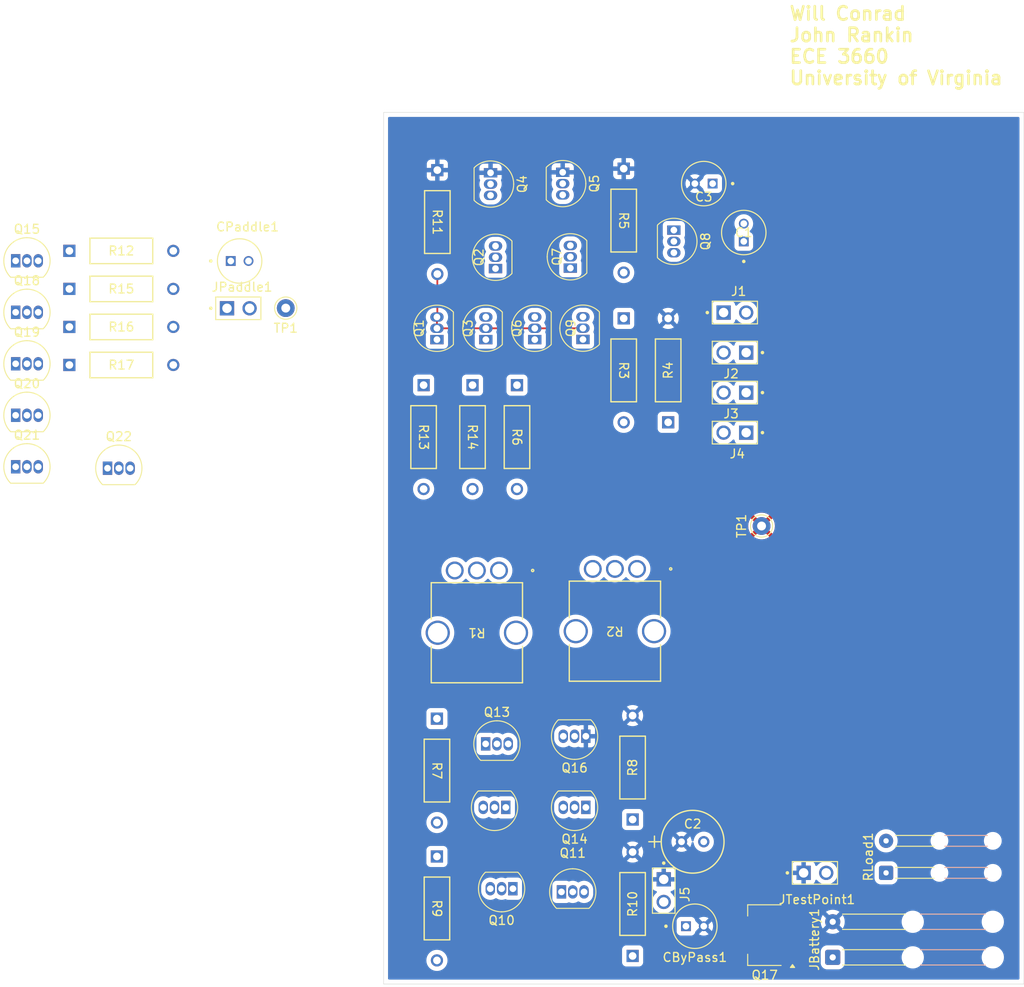
<source format=kicad_pcb>
(kicad_pcb (version 20240108) (generator "pcbnew") (generator_version "8.0")
  (layers (0 "F.Cu" signal) (31 "B.Cu" signal) (34 "B.Paste" user) (35 "F.Paste" user) (36 "B.SilkS" user "B.Silkscreen") (37 "F.SilkS" user "F.Silkscreen") (38 "B.Mask" user) (39 "F.Mask" user) (44 "Edge.Cuts" user))
  (net 0 "")
  (net 1 "Net-(Q1-B)")
  (net 2 "Net-(Q1-E)")
  (net 3 "V-")
  (net 4 "Net-(Q2-C)")
  (net 5 "Net-(Q2-E)")
  (net 6 "Net-(Q3-E)")
  (net 7 "Net-(Q5-C)")
  (net 8 "V+")
  (net 9 "Net-(Q9-E)")
  (net 10 "V_Out_Op-Amp")
  (net 11 "V_In_Output")
  (net 12 "V_Out_Output")
  (net 13 "Net-(J3-Pin_1)")
  (net 14 "Net-(J2-Pin_1)")
  (net 16 "Net-(Q10-B)")
  (net 17 "Net-(JBattery1-Pin_1)")
  (net 18 "Net-(C2-Pad2)")
  (net 19 "Net-(Q11-C)")
  (net 20 "Net-(Q12-C)")
  (net 21 "Net-(Q14-C)")
  (net 22 "Vee")
  (net 23 "Vcc")
  (net 24 "Net-(J1-Pin_1)")
  (net 25 "Net-(Q8-E)")
  (net 27 "Net-(Q15-E)")
  (net 30 "Net-(Q15-B)")
  (net 31 "Net-(Q18-C)")
  (net 32 "Net-(Q19-C)")
  (net 33 "Net-(Q20-C)")
  (footprint "Resistor:YAG_MF25_YAG" (layer "F.Cu") (at 64 60.658 -90)
    (property "Reference" "R13" (at 5.842 0 -90) (layer "F.SilkS"))
    (property "Value" "R")
    (fp_line (start 2.3114 1.4351) (end 9.3726 1.4351) (stroke (width 0.1524)) (layer "F.SilkS"))
    (fp_line (start 9.3726 1.4351) (end 9.3726 -1.4351) (stroke (width 0.1524)) (layer "F.SilkS"))
    (fp_line (start 2.3114 -1.4351) (end 2.3114 1.4351) (stroke (width 0.1524)) (layer "F.SilkS"))
    (fp_line (start 9.3726 -1.4351) (end 2.3114 -1.4351) (stroke (width 0.1524)) (layer "F.SilkS"))
    (pad "1" thru_hole rect (at 0 0 270) (size 1.3716 1.3716) (drill 0.8636) (layers "*.Cu" "*.Mask") (net 2 "Net-(Q1-E)"))
    (pad "2" thru_hole circle (at 11.684 0 270) (size 1.3716 1.3716) (drill 0.8636) (layers "*.Cu" "*.Mask") (net 23 "Vcc"))
  )
  (footprint "Package_TO_SOT_THT:TO-92_Inline" (layer "F.Cu") (at 18.13 46.68)
    (property "Reference" "Q15" (at 1.27 -3.56 0) (layer "F.SilkS"))
    (property "Value" "2N3906")
    (fp_line (start -0.53 1.85) (end 3.07 1.85) (stroke (width 0.12)) (layer "F.SilkS"))
    (fp_arc (start -0.568478 1.838478) (mid -1.132087 -0.994977) (end 1.27 -2.6) (stroke (width 0.12)) (layer "F.SilkS"))
    (fp_arc (start 1.27 -2.6) (mid 3.672087 -0.994977) (end 3.108478 1.838478) (stroke (width 0.12)) (layer "F.SilkS"))
    (pad "1" thru_hole rect (at 0 0) (size 1.05 1.5) (drill 0.75) (layers "*.Cu" "*.Mask") (net 27 "Net-(Q15-E)"))
    (pad "2" thru_hole oval (at 1.27 0) (size 1.05 1.5) (drill 0.75) (layers "*.Cu" "*.Mask") (net 30 "Net-(Q15-B)"))
    (pad "3" thru_hole oval (at 2.54 0) (size 1.05 1.5) (drill 0.75) (layers "*.Cu" "*.Mask") (net 30 "Net-(Q15-B)"))
  )
  (footprint "ECA_1HHG330:CAPPRD200W50D500H1100" (layer "F.Cu") (at 100 43.5 90)
    (property "Reference" "C1" (at 0 0 180) (layer "F.SilkS"))
    (property "Value" "C" (hide yes))
    (fp_circle (center 0 0) (end 2.5 0) (stroke (width 0.127)) (fill none) (layer "F.SilkS"))
    (fp_circle (center -3.25 0) (end -3.15 0) (stroke (width 0.2)) (fill none) (layer "F.SilkS"))
    (pad "1" thru_hole rect (at -1 0 90) (size 1.1 1.1) (drill 0.75) (layers "*.Cu" "*.Mask") (net 7 "Net-(Q5-C)"))
    (pad "2" thru_hole circle (at 1 0 90) (size 1.1 1.1) (drill 0.75) (layers "*.Cu" "*.Mask") (net 27 "Net-(Q15-E)"))
  )
  (footprint "Resistor:YAG_MF25_YAG" (layer "F.Cu") (at 24.171 49.8399)
    (property "Reference" "R15" (at 5.842 0 0) (layer "F.SilkS"))
    (property "Value" "R")
    (fp_line (start 2.3114 -1.4351) (end 2.3114 1.4351) (stroke (width 0.1524)) (layer "F.SilkS"))
    (fp_line (start 2.3114 1.4351) (end 9.3726 1.4351) (stroke (width 0.1524)) (layer "F.SilkS"))
    (fp_line (start 9.3726 -1.4351) (end 2.3114 -1.4351) (stroke (width 0.1524)) (layer "F.SilkS"))
    (fp_line (start 9.3726 1.4351) (end 9.3726 -1.4351) (stroke (width 0.1524)) (layer "F.SilkS"))
    (pad "1" thru_hole rect (at 0 0) (size 1.3716 1.3716) (drill 0.8636) (layers "*.Cu" "*.Mask") (net 31 "Net-(Q18-C)"))
    (pad "2" thru_hole circle (at 11.684 0) (size 1.3716 1.3716) (drill 0.8636) (layers "*.Cu" "*.Mask") (net 22 "Vee"))
  )
  (footprint "Package_TO_SOT_THT:TO-92_Inline" (layer "F.Cu") (at 80.5 47.5 90)
    (property "Reference" "Q7" (at 1.27 -1.5 90) (layer "F.SilkS"))
    (property "Value" "2N3906" (hide yes))
    (fp_line (start -0.53 1.85) (end 3.07 1.85) (stroke (width 0.12)) (layer "F.SilkS"))
    (fp_arc (start 1.27 -2.6) (mid 3.672087 -0.994977) (end 3.108478 1.838478) (stroke (width 0.12)) (layer "F.SilkS"))
    (fp_arc (start -0.568478 1.838478) (mid -1.132087 -0.994977) (end 1.27 -2.6) (stroke (width 0.12)) (layer "F.SilkS"))
    (pad "1" thru_hole rect (at 0 0 90) (size 1.05 1.5) (drill 0.75) (layers "*.Cu" "*.Mask") (net 5 "Net-(Q2-E)"))
    (pad "2" thru_hole oval (at 1.27 0 90) (size 1.05 1.5) (drill 0.75) (layers "*.Cu" "*.Mask") (net 8 "V+"))
    (pad "3" thru_hole oval (at 2.54 0 90) (size 1.05 1.5) (drill 0.75) (layers "*.Cu" "*.Mask") (net 7 "Net-(Q5-C)"))
  )
  (footprint "Package_TO_SOT_SMD:SOT-223-3_TabPin2" (layer "F.Cu") (at 102.35 122.5 180)
    (property "Reference" "Q17" (at 0 -4.5 0) (layer "F.SilkS"))
    (property "Value" "BSP89")
    (fp_line (start 1.91 3.41) (end 1.91 2.15) (stroke (width 0.12)) (layer "F.SilkS"))
    (fp_line (start 1.91 -3.41) (end 1.91 -2.15) (stroke (width 0.12)) (layer "F.SilkS"))
    (fp_line (start -1.85 3.41) (end 1.91 3.41) (stroke (width 0.12)) (layer "F.SilkS"))
    (fp_line (start -1.85 -3.41) (end 1.91 -3.41) (stroke (width 0.12)) (layer "F.SilkS"))
    (fp_poly (pts (xy -3.13 -3.31) (xy -3.37 -3.64) (xy -2.89 -3.64) (xy -3.13 -3.31)) (stroke (width 0.12)) (fill solid) (layer "F.SilkS"))
    (pad "1" smd roundrect (at -3.15 -2.3 180) (size 2 1.5) (layers "F.Cu" "F.Paste" "F.Mask") (net 22 "Vee"))
    (pad "2" smd roundrect (at -3.15 0 180) (size 2 1.5) (layers "F.Cu" "F.Paste" "F.Mask") (net 17 "Net-(JBattery1-Pin_1)"))
    (pad "2" smd roundrect (at 3.15 0 180) (size 2 3.8) (layers "F.Cu" "F.Paste" "F.Mask") (net 17 "Net-(JBattery1-Pin_1)"))
    (pad "3" smd roundrect (at -3.15 2.3 180) (size 2 1.5) (layers "F.Cu" "F.Paste" "F.Mask") (net 23 "Vcc"))
  )
  (footprint "35ZLH100MEFC6_3X11:CAP_YX_6P3X11_RUB" (layer "F.Cu") (at 93 112)
    (property "Reference" "C2" (at 1.25 -2 0) (layer "F.SilkS"))
    (property "Value" "35ZLH100MEFC6.3X11" (hide yes))
    (fp_line (start -3.6776 0) (end -2.4076 0) (stroke (width 0.1524)) (layer "F.SilkS"))
    (fp_line (start -3.0426 -0.635) (end -3.0426 0.635) (stroke (width 0.1524)) (layer "F.SilkS"))
    (fp_circle (center 1.25 0) (end 4.7806 0) (stroke (width 0.1524)) (fill none) (layer "F.SilkS"))
    (pad "1" thru_hole circle (at 0 0) (size 1.27 1.27) (drill 0.762) (layers "*.Cu" "*.Mask") (net 22 "Vee"))
    (pad "2" thru_hole circle (at 2.5 0) (size 1.27 1.27) (drill 0.762) (layers "*.Cu" "*.Mask") (net 18 "Net-(C2-Pad2)"))
  )
  (footprint "Package_TO_SOT_THT:TO-92_Inline" (layer "F.Cu") (at 18.13 58.26)
    (property "Reference" "Q19" (at 1.27 -3.56 0) (layer "F.SilkS"))
    (property "Value" "2N3906")
    (fp_line (start -0.53 1.85) (end 3.07 1.85) (stroke (width 0.12)) (layer "F.SilkS"))
    (fp_arc (start -0.568478 1.838478) (mid -1.132087 -0.994977) (end 1.27 -2.6) (stroke (width 0.12)) (layer "F.SilkS"))
    (fp_arc (start 1.27 -2.6) (mid 3.672087 -0.994977) (end 3.108478 1.838478) (stroke (width 0.12)) (layer "F.SilkS"))
    (pad "1" thru_hole rect (at 0 0) (size 1.05 1.5) (drill 0.75) (layers "*.Cu" "*.Mask") (net 10 "V_Out_Op-Amp"))
    (pad "2" thru_hole oval (at 1.27 0) (size 1.05 1.5) (drill 0.75) (layers "*.Cu" "*.Mask") (net 30 "Net-(Q15-B)"))
    (pad "3" thru_hole oval (at 2.54 0) (size 1.05 1.5) (drill 0.75) (layers "*.Cu" "*.Mask") (net 32 "Net-(Q19-C)"))
  )
  (footprint "Resistor:YAG_MF25_YAG" (layer "F.Cu") (at 87.5 109.5 90)
    (property "Reference" "R8" (at 5.842 0 90) (layer "F.SilkS"))
    (property "Value" "R" (hide yes))
    (fp_line (start 9.3726 -1.4351) (end 2.3114 -1.4351) (stroke (width 0.1524)) (layer "F.SilkS"))
    (fp_line (start 2.3114 -1.4351) (end 2.3114 1.4351) (stroke (width 0.1524)) (layer "F.SilkS"))
    (fp_line (start 9.3726 1.4351) (end 9.3726 -1.4351) (stroke (width 0.1524)) (layer "F.SilkS"))
    (fp_line (start 2.3114 1.4351) (end 9.3726 1.4351) (stroke (width 0.1524)) (layer "F.SilkS"))
    (pad "1" thru_hole rect (at 0 0 90) (size 1.3716 1.3716) (drill 0.8636) (layers "*.Cu" "*.Mask") (net 21 "Net-(Q14-C)"))
    (pad "2" thru_hole circle (at 11.684 0 90) (size 1.3716 1.3716) (drill 0.8636) (layers "*.Cu" "*.Mask") (net 22 "Vee"))
  )
  (footprint "Package_TO_SOT_THT:TO-92_Inline" (layer "F.Cu") (at 74.04 117.28 180)
    (property "Reference" "Q10" (at 1.27 -3.56 0) (layer "F.SilkS"))
    (property "Value" "2N3906" (hide yes))
    (fp_line (start -0.53 1.85) (end 3.07 1.85) (stroke (width 0.12)) (layer "F.SilkS"))
    (fp_arc (start 1.27 -2.6) (mid 3.672087 -0.994977) (end 3.108478 1.838478) (stroke (width 0.12)) (layer "F.SilkS"))
    (fp_arc (start -0.568478 1.838478) (mid -1.132087 -0.994977) (end 1.27 -2.6) (stroke (width 0.12)) (layer "F.SilkS"))
    (pad "1" thru_hole rect (at 0 0 180) (size 1.05 1.5) (drill 0.75) (layers "*.Cu" "*.Mask") (net 11 "V_In_Output"))
    (pad "2" thru_hole oval (at 1.27 0 180) (size 1.05 1.5) (drill 0.75) (layers "*.Cu" "*.Mask") (net 16 "Net-(Q10-B)"))
    (pad "3" thru_hole oval (at 2.54 0 180) (size 1.05 1.5) (drill 0.75) (layers "*.Cu" "*.Mask") (net 16 "Net-(Q10-B)"))
  )
  (footprint "M20_9990246:HARWIN_M20-9990246" (layer "F.Cu") (at 91 117.5 -90)
    (property "Reference" "J5" (at 0.425 -2.385 90) (layer "F.SilkS"))
    (property "Value" "Conn_01x02_Pin" (hide yes))
    (fp_line (start -2.54 1.27) (end -2.54 -1.27) (stroke (width 0.127)) (layer "F.SilkS"))
    (fp_line (start 2.54 1.27) (end -2.54 1.27) (stroke (width 0.127)) (layer "F.SilkS"))
    (fp_line (start -2.54 -1.27) (end 2.54 -1.27) (stroke (width 0.127)) (layer "F.SilkS"))
    (fp_line (start 2.54 -1.27) (end 2.54 1.27) (stroke (width 0.127)) (layer "F.SilkS"))
    (fp_circle (center -3.1 0) (end -3 0) (stroke (width 0.2)) (fill none) (layer "F.SilkS"))
    (pad "1" thru_hole rect (at -1.27 0 270) (size 1.605 1.605) (drill 1.07) (layers "*.Cu" "*.Mask") (net 22 "Vee"))
    (pad "2" thru_hole circle (at 1.27 0 270) (size 1.605 1.605) (drill 1.07) (layers "*.Cu" "*.Mask") (net 23 "Vcc"))
  )
  (footprint "Resistor:YAG_MF25_YAG" (layer "F.Cu") (at 24.171 45.5633)
    (property "Reference" "R12" (at 5.842 0 0) (layer "F.SilkS"))
    (property "Value" "R")
    (fp_line (start 2.3114 -1.4351) (end 2.3114 1.4351) (stroke (width 0.1524)) (layer "F.SilkS"))
    (fp_line (start 2.3114 1.4351) (end 9.3726 1.4351) (stroke (width 0.1524)) (layer "F.SilkS"))
    (fp_line (start 9.3726 -1.4351) (end 2.3114 -1.4351) (stroke (width 0.1524)) (layer "F.SilkS"))
    (fp_line (start 9.3726 1.4351) (end 9.3726 -1.4351) (stroke (width 0.1524)) (layer "F.SilkS"))
    (pad "1" thru_hole rect (at 0 0) (size 1.3716 1.3716) (drill 0.8636) (layers "*.Cu" "*.Mask") (net 23 "Vcc"))
    (pad "2" thru_hole circle (at 11.684 0) (size 1.3716 1.3716) (drill 0.8636) (layers "*.Cu" "*.Mask") (net 30 "Net-(Q15-B)"))
  )
  (footprint "ECA_1HHG330:CAPPRD200W50D500H1100" (layer "F.Cu") (at 43.315 46.7)
    (property "Reference" "CPaddle1" (at 0.8833 -3.835 0) (layer "F.SilkS"))
    (property "Value" "C")
    (fp_circle (center -3.25 0) (end -3.15 0) (stroke (width 0.2)) (fill none) (layer "F.SilkS"))
    (fp_circle (center 0 0) (end 2.5 0) (stroke (width 0.127)) (fill none) (layer "F.SilkS"))
    (pad "1" thru_hole rect (at -1 0) (size 1.1 1.1) (drill 0.75) (layers "*.Cu" "*.Mask") (net 24 "Net-(J1-Pin_1)"))
    (pad "2" thru_hole circle (at 1 0) (size 1.1 1.1) (drill 0.75) (layers "*.Cu" "*.Mask") (net 22 "Vee"))
  )
  (footprint "Package_TO_SOT_THT:TO-92_Inline" (layer "F.Cu") (at 79.5 117.64)
    (property "Reference" "Q11" (at 1.27 -4.36 0) (layer "F.SilkS"))
    (property "Value" "2N3904" (hide yes))
    (fp_line (start -0.53 1.85) (end 3.07 1.85) (stroke (width 0.12)) (layer "F.SilkS"))
    (fp_arc (start -0.568478 1.838478) (mid -1.132087 -0.994977) (end 1.27 -2.6) (stroke (width 0.12)) (layer "F.SilkS"))
    (fp_arc (start 1.27 -2.6) (mid 3.672087 -0.994977) (end 3.108478 1.838478) (stroke (width 0.12)) (layer "F.SilkS"))
    (pad "1" thru_hole rect (at 0 0) (size 1.05 1.5) (drill 0.75) (layers "*.Cu" "*.Mask") (net 11 "V_In_Output"))
    (pad "2" thru_hole oval (at 1.27 0) (size 1.05 1.5) (drill 0.75) (layers "*.Cu" "*.Mask") (net 11 "V_In_Output"))
    (pad "3" thru_hole oval (at 2.54 0) (size 1.05 1.5) (drill 0.75) (layers "*.Cu" "*.Mask") (net 19 "Net-(Q11-C)"))
  )
  (footprint "Package_TO_SOT_THT:TO-92_Inline" (layer "F.Cu") (at 18.13 69.84)
    (property "Reference" "Q21" (at 1.27 -3.56 0) (layer "F.SilkS"))
    (property "Value" "2N3904")
    (fp_line (start -0.53 1.85) (end 3.07 1.85) (stroke (width 0.12)) (layer "F.SilkS"))
    (fp_arc (start -0.568478 1.838478) (mid -1.132087 -0.994977) (end 1.27 -2.6) (stroke (width 0.12)) (layer "F.SilkS"))
    (fp_arc (start 1.27 -2.6) (mid 3.672087 -0.994977) (end 3.108478 1.838478) (stroke (width 0.12)) (layer "F.SilkS"))
    (pad "1" thru_hole rect (at 0 0) (size 1.05 1.5) (drill 0.75) (layers "*.Cu" "*.Mask") (net 23 "Vcc"))
    (pad "2" thru_hole oval (at 1.27 0) (size 1.05 1.5) (drill 0.75) (layers "*.Cu" "*.Mask") (net 32 "Net-(Q19-C)"))
    (pad "3" thru_hole oval (at 2.54 0) (size 1.05 1.5) (drill 0.75) (layers "*.Cu" "*.Mask") (net 10 "V_Out_Op-Amp"))
  )
  (footprint "M20_9990246:HARWIN_M20-9990246" (layer "F.Cu") (at 99 66 180)
    (property "Reference" "J4" (at -0.27 -2.385 0) (layer "F.SilkS"))
    (property "Value" "Conn_01x02_Pin")
    (fp_line (start 2.54 1.27) (end -2.54 1.27) (stroke (width 0.127)) (layer "F.SilkS"))
    (fp_line (start 2.54 -1.27) (end 2.54 1.27) (stroke (width 0.127)) (layer "F.SilkS"))
    (fp_line (start -2.54 1.27) (end -2.54 -1.27) (stroke (width 0.127)) (layer "F.SilkS"))
    (fp_line (start -2.54 -1.27) (end 2.54 -1.27) (stroke (width 0.127)) (layer "F.SilkS"))
    (fp_circle (center -3.1 0) (end -3 0) (stroke (width 0.2)) (fill none) (layer "F.SilkS"))
    (pad "1" thru_hole rect (at -1.27 0 180) (size 1.605 1.605) (drill 1.07) (layers "*.Cu" "*.Mask") (net 11 "V_In_Output"))
    (pad "2" thru_hole circle (at 1.27 0 180) (size 1.605 1.605) (drill 1.07) (layers "*.Cu" "*.Mask") (net 3 "V-"))
  )
  (footprint "Resistor:YAG_MF25_YAG" (layer "F.Cu") (at 24.171 54.1165)
    (property "Reference" "R16" (at 5.842 0 0) (layer "F.SilkS"))
    (property "Value" "R")
    (fp_line (start 2.3114 -1.4351) (end 2.3114 1.4351) (stroke (width 0.1524)) (layer "F.SilkS"))
    (fp_line (start 2.3114 1.4351) (end 9.3726 1.4351) (stroke (width 0.1524)) (layer "F.SilkS"))
    (fp_line (start 9.3726 -1.4351) (end 2.3114 -1.4351) (stroke (width 0.1524)) (layer "F.SilkS"))
    (fp_line (start 9.3726 1.4351) (end 9.3726 -1.4351) (stroke (width 0.1524)) (layer "F.SilkS"))
    (pad "1" thru_hole rect (at 0 0) (size 1.3716 1.3716) (drill 0.8636) (layers "*.Cu" "*.Mask") (net 23 "Vcc"))
    (pad "2" thru_hole circle (at 11.684 0) (size 1.3716 1.3716) (drill 0.8636) (layers "*.Cu" "*.Mask") (net 32 "Net-(Q19-C)"))
  )
  (footprint "Package_TO_SOT_THT:TO-92_Inline" (layer "F.Cu") (at 82.245 108.14 180)
    (property "Reference" "Q14" (at 1.27 -3.56 0) (layer "F.SilkS"))
    (property "Value" "2N3904" (hide yes))
    (fp_line (start -0.53 1.85) (end 3.07 1.85) (stroke (width 0.12)) (layer "F.SilkS"))
    (fp_arc (start 1.27 -2.6) (mid 3.672087 -0.994977) (end 3.108478 1.838478) (stroke (width 0.12)) (layer "F.SilkS"))
    (fp_arc (start -0.568478 1.838478) (mid -1.132087 -0.994977) (end 1.27 -2.6) (stroke (width 0.12)) (layer "F.SilkS"))
    (pad "1" thru_hole rect (at 0 0 180) (size 1.05 1.5) (drill 0.75) (layers "*.Cu" "*.Mask") (net 12 "V_Out_Output"))
    (pad "2" thru_hole oval (at 1.27 0 180) (size 1.05 1.5) (drill 0.75) (layers "*.Cu" "*.Mask") (net 19 "Net-(Q11-C)"))
    (pad "3" thru_hole oval (at 2.54 0 180) (size 1.05 1.5) (drill 0.75) (layers "*.Cu" "*.Mask") (net 21 "Net-(Q14-C)"))
  )
  (footprint "Resistor:YAG_MF25_YAG" (layer "F.Cu") (at 69.5 60.658 -90)
    (property "Reference" "R14" (at 5.842 0 -90) (layer "F.SilkS"))
    (property "Value" "R")
    (fp_line (start 2.3114 1.4351) (end 9.3726 1.4351) (stroke (width 0.1524)) (layer "F.SilkS"))
    (fp_line (start 9.3726 1.4351) (end 9.3726 -1.4351) (stroke (width 0.1524)) (layer "F.SilkS"))
    (fp_line (start 2.3114 -1.4351) (end 2.3114 1.4351) (stroke (width 0.1524)) (layer "F.SilkS"))
    (fp_line (start 9.3726 -1.4351) (end 2.3114 -1.4351) (stroke (width 0.1524)) (layer "F.SilkS"))
    (pad "1" thru_hole rect (at 0 0 270) (size 1.3716 1.3716) (drill 0.8636) (layers "*.Cu" "*.Mask") (net 6 "Net-(Q3-E)"))
    (pad "2" thru_hole circle (at 11.684 0 270) (size 1.3716 1.3716) (drill 0.8636) (layers "*.Cu" "*.Mask") (net 23 "Vcc"))
  )
  (footprint "Connector_Pin:Pin_D1.0mm_L10.0mm" (layer "F.Cu") (at 48.5 52)
    (property "Reference" "TP1" (at 0 2.25 0) (layer "F.SilkS"))
    (property "Value" "TestPoint")
    (fp_circle (center 0 0) (end 1.25 0.05) (stroke (width 0.12)) (fill none) (layer "F.SilkS"))
    (pad "1" thru_hole circle (at 0 0) (size 2 2) (drill 1) (layers "*.Cu" "*.Mask") (net 24 "Net-(J1-Pin_1)"))
  )
  (footprint "Package_TO_SOT_THT:TO-92_Inline" (layer "F.Cu") (at 92.14 43.23 -90)
    (property "Reference" "Q8" (at 1.27 -3.56 90) (layer "F.SilkS"))
    (property "Value" "2N3904")
    (fp_line (start -0.53 1.85) (end 3.07 1.85) (stroke (width 0.12)) (layer "F.SilkS"))
    (fp_arc (start -0.568478 1.838478) (mid -1.132087 -0.994977) (end 1.27 -2.6) (stroke (width 0.12)) (layer "F.SilkS"))
    (fp_arc (start 1.27 -2.6) (mid 3.672087 -0.994977) (end 3.108478 1.838478) (stroke (width 0.12)) (layer "F.SilkS"))
    (pad "1" thru_hole rect (at 0 0 270) (size 1.05 1.5) (drill 0.75) (layers "*.Cu" "*.Mask") (net 25 "Net-(Q8-E)"))
    (pad "2" thru_hole oval (at 1.27 0 270) (size 1.05 1.5) (drill 0.75) (layers "*.Cu" "*.Mask") (net 7 "Net-(Q5-C)"))
    (pad "3" thru_hole oval (at 2.54 0 270) (size 1.05 1.5) (drill 0.75) (layers "*.Cu" "*.Mask") (net 27 "Net-(Q15-E)"))
  )
  (footprint "Package_TO_SOT_THT:TO-92_Inline" (layer "F.Cu") (at 73.245 108.14 180)
    (property "Reference" "Q12" (hide yes))
    (property "Value" "2N3906" (hide yes))
    (fp_line (start -0.53 1.85) (end 3.07 1.85) (stroke (width 0.12)) (layer "F.SilkS"))
    (fp_arc (start 1.27 -2.6) (mid 3.672087 -0.994977) (end 3.108478 1.838478) (stroke (width 0.12)) (layer "F.SilkS"))
    (fp_arc (start -0.568478 1.838478) (mid -1.132087 -0.994977) (end 1.27 -2.6) (stroke (width 0.12)) (layer "F.SilkS"))
    (pad "1" thru_hole rect (at 0 0 180) (size 1.05 1.5) (drill 0.75) (layers "*.Cu" "*.Mask") (net 12 "V_Out_Output"))
    (pad "2" thru_hole oval (at 1.27 0 180) (size 1.05 1.5) (drill 0.75) (layers "*.Cu" "*.Mask") (net 16 "Net-(Q10-B)"))
    (pad "3" thru_hole oval (at 2.54 0 180) (size 1.05 1.5) (drill 0.75) (layers "*.Cu" "*.Mask") (net 20 "Net-(Q12-C)"))
  )
  (footprint "Connector_Pin:Pin_D1.0mm_L10.0mm" (layer "F.Cu") (at 102 76.5 -90)
    (property "Reference" "TP1" (at 0 2.25 90) (layer "F.SilkS"))
    (property "Value" "TestPoint" (hide yes))
    (fp_circle (center 0 0) (end 1.25 0.05) (stroke (width 0.12)) (fill none) (layer "F.SilkS"))
    (pad "1" thru_hole circle (at 0 0 270) (size 2 2) (drill 1) (layers "*.Cu" "*.Mask") (net 24 "Net-(J1-Pin_1)"))
  )
  (footprint "Package_TO_SOT_THT:TO-92_Inline" (layer "F.Cu") (at 65.5 55.54 90)
    (property "Reference" "Q1" (at 1.27 -2 90) (layer "F.SilkS"))
    (property "Value" "2N3906" (hide yes))
    (fp_line (start -0.53 1.85) (end 3.07 1.85) (stroke (width 0.12)) (layer "F.SilkS"))
    (fp_arc (start 1.27 -2.6) (mid 3.672087 -0.994977) (end 3.108478 1.838478) (stroke (width 0.12)) (layer "F.SilkS"))
    (fp_arc (start -0.568478 1.838478) (mid -1.132087 -0.994977) (end 1.27 -2.6) (stroke (width 0.12)) (layer "F.SilkS"))
    (pad "1" thru_hole rect (at 0 0 90) (size 1.05 1.5) (drill 0.75) (layers "*.Cu" "*.Mask") (net 2 "Net-(Q1-E)"))
    (pad "2" thru_hole oval (at 1.27 0 90) (size 1.05 1.5) (drill 0.75) (layers "*.Cu" "*.Mask") (net 1 "Net-(Q1-B)"))
    (pad "3" thru_hole oval (at 2.54 0 90) (size 1.05 1.5) (drill 0.75) (layers "*.Cu" "*.Mask") (net 1 "Net-(Q1-B)"))
  )
  (footprint "Package_TO_SOT_THT:TO-92_Inline" (layer "F.Cu") (at 79.64 36.73 -90)
    (property "Reference" "Q5" (at 1.27 -3.56 90) (layer "F.SilkS"))
    (property "Value" "2N3904" (hide yes))
    (fp_line (start -0.53 1.85) (end 3.07 1.85) (stroke (width 0.12)) (layer "F.SilkS"))
    (fp_arc (start -0.568478 1.838478) (mid -1.132087 -0.994977) (end 1.27 -2.6) (stroke (width 0.12)) (layer "F.SilkS"))
    (fp_arc (start 1.27 -2.6) (mid 3.672087 -0.994977) (end 3.108478 1.838478) (stroke (width 0.12)) (layer "F.SilkS"))
    (pad "1" thru_hole rect (at 0 0 270) (size 1.05 1.5) (drill 0.75) (layers "*.Cu" "*.Mask") (net 22 "Vee"))
    (pad "2" thru_hole oval (at 1.27 0 270) (size 1.05 1.5) (drill 0.75) (layers "*.Cu" "*.Mask") (net 4 "Net-(Q2-C)"))
    (pad "3" thru_hole oval (at 2.54 0 270) (size 1.05 1.5) (drill 0.75) (layers "*.Cu" "*.Mask") (net 7 "Net-(Q5-C)"))
  )
  (footprint "M20_9990246:HARWIN_M20-9990246" (layer "F.Cu") (at 43.165 52.02)
    (property "Reference" "JPaddle1" (at 0.425 -2.385 0) (layer "F.SilkS"))
    (property "Value" "Conn_01x02_Pin")
    (fp_line (start -2.54 -1.27) (end 2.54 -1.27) (stroke (width 0.127)) (layer "F.SilkS"))
    (fp_line (start -2.54 1.27) (end -2.54 -1.27) (stroke (width 0.127)) (layer "F.SilkS"))
    (fp_line (start 2.54 -1.27) (end 2.54 1.27) (stroke (width 0.127)) (layer "F.SilkS"))
    (fp_line (start 2.54 1.27) (end -2.54 1.27) (stroke (width 0.127)) (layer "F.SilkS"))
    (fp_circle (center -3.1 0) (end -3 0) (stroke (width 0.2)) (fill none) (layer "F.SilkS"))
    (pad "1" thru_hole rect (at -1.27 0) (size 1.605 1.605) (drill 1.07) (layers "*.Cu" "*.Mask"))
    (pad "2" thru_hole circle (at 1.27 0) (size 1.605 1.605) (drill 1.07) (layers "*.Cu" "*.Mask"))
  )
  (footprint "Resistor:YAG_MF25_YAG" (layer "F.Cu") (at 65.5 113.658 -90)
    (property "Reference" "R9" (at 5.842 0 -90) (layer "F.SilkS"))
    (property "Value" "R")
    (fp_line (start 2.3114 1.4351) (end 9.3726 1.4351) (stroke (width 0.1524)) (layer "F.SilkS"))
    (fp_line (start 9.3726 1.4351) (end 9.3726 -1.4351) (stroke (width 0.1524)) (layer "F.SilkS"))
    (fp_line (start 2.3114 -1.4351) (end 2.3114 1.4351) (stroke (width 0.1524)) (layer "F.SilkS"))
    (fp_line (start 9.3726 -1.4351) (end 2.3114 -1.4351) (stroke (width 0.1524)) (layer "F.SilkS"))
    (pad "1" thru_hole rect (at 0 0 270) (size 1.3716 1.3716) (drill 0.8636) (layers "*.Cu" "*.Mask") (net 23 "Vcc"))
    (pad "2" thru_hole circle (at 11.684 0 270) (size 1.3716 1.3716) (drill 0.8636) (layers "*.Cu" "*.Mask") (net 16 "Net-(Q10-B)"))
  )
  (footprint "Resistor:YAG_MF25_YAG" (layer "F.Cu") (at 91.5 64.842 90)
    (property "Reference" "R4" (at 5.842 0 90) (layer "F.SilkS"))
    (property "Value" "R" (hide yes))
    (fp_line (start 9.3726 -1.4351) (end 2.3114 -1.4351) (stroke (width 0.1524)) (layer "F.SilkS"))
    (fp_line (start 2.3114 -1.4351) (end 2.3114 1.4351) (stroke (width 0.1524)) (layer "F.SilkS"))
    (fp_line (start 9.3726 1.4351) (end 9.3726 -1.4351) (stroke (width 0.1524)) (layer "F.SilkS"))
    (fp_line (start 2.3114 1.4351) (end 9.3726 1.4351) (stroke (width 0.1524)) (layer "F.SilkS"))
    (pad "1" thru_hole rect (at 0 0 90) (size 1.3716 1.3716) (drill 0.8636) (layers "*.Cu" "*.Mask") (net 14 "Net-(J2-Pin_1)"))
    (pad "2" thru_hole circle (at 11.684 0 90) (size 1.3716 1.3716) (drill 0.8636) (layers "*.Cu" "*.Mask") (net 22 "Vee"))
  )
  (footprint "footprints:PTV09A-4015F-B104_BRN" (layer "F.Cu") (at 72.4784 81.5 180)
    (property "Reference" "R1" (at 2.4892 -6.999986 180) (layer "F.SilkS"))
    (property "Value" "PTV09A-4015F-B103")
    (fp_line (start 7.62 -1.373886) (end -2.6416 -1.373886) (stroke (width 0.1524)) (layer "F.SilkS"))
    (fp_line (start 7.62 -5.474264) (end 7.62 -1.373886) (stroke (width 0.1524)) (layer "F.SilkS"))
    (fp_line (start 7.62 -12.626086) (end 7.62 -8.525736) (stroke (width 0.1524)) (layer "F.SilkS"))
    (fp_line (start -2.6416 -1.373886) (end -2.6416 -5.474264) (stroke (width 0.1524)) (layer "F.SilkS"))
    (fp_line (start -2.6416 -8.525736) (end -2.6416 -12.626086) (stroke (width 0.1524)) (layer "F.SilkS"))
    (fp_line (start -2.6416 -12.626086) (end 7.62 -12.626086) (stroke (width 0.1524)) (layer "F.SilkS"))
    (fp_circle (center -3.7846 0) (end -3.6576 0) (stroke (width 0.1524)) (fill none) (layer "F.SilkS"))
    (pad "1" thru_hole circle (at 0 0 180) (size 2.0066 2.0066) (drill 1.4986) (layers "*.Cu" "*.Mask") (net 10 "V_Out_Op-Amp"))
    (pad "2" thru_hole circle (at 2.4892 0 180) (size 2.0066 2.0066) (drill 1.4986) (layers "*.Cu" "*.Mask") (net 3 "V-"))
    (pad "3" thru_hole circle (at 4.9784 0 180) (size 2.0066 2.0066) (drill 1.4986) (layers "*.Cu" "*.Mask"))
    (pad "4" thru_hole circle (at -1.911 -7 180) (size 2.7178 2.7178) (drill 2.2098) (layers "*.Cu" "*.Mask"))
    (pad "5" thru_hole circle (at 6.8894 -7 180) (size 2.7178 2.7178) (drill 2.2098) (layers "*.Cu" "*.Mask"))
  )
  (footprint "Package_TO_SOT_THT:TO-92_Inline" (layer "F.Cu") (at 81.918763 55.525034 90)
    (property "Reference" "Q9" (at 1.27 -1.36 90) (layer "F.SilkS"))
    (property "Value" "2N3906" (hide yes))
    (fp_line (start -0.53 1.85) (end 3.07 1.85) (stroke (width 0.12)) (layer "F.SilkS"))
    (fp_arc (start 1.27 -2.6) (mid 3.672087 -0.994977) (end 3.108478 1.838478) (stroke (width 0.12)) (layer "F.SilkS"))
    (fp_arc (start -0.568478 1.838478) (mid -1.132087 -0.994977) (end 1.27 -2.6) (stroke (width 0.12)) (layer "F.SilkS"))
    (pad "1" thru_hole rect (at 0 0 90) (size 1.05 1.5) (drill 0.75) (layers "*.Cu" "*.Mask") (net 9 "Net-(Q9-E)"))
    (pad "2" thru_hole oval (at 1.27 0 90) (size 1.05 1.5) (drill 0.75) (layers "*.Cu" "*.Mask") (net 1 "Net-(Q1-B)"))
    (pad "3" thru_hole oval (at 2.54 0 90) (size 1.05 1.5) (drill 0.75) (layers "*.Cu" "*.Mask") (net 27 "Net-(Q15-E)"))
  )
  (footprint "M20_9990246:HARWIN_M20-9990246" (layer "F.Cu") (at 108 115.5)
    (property "Reference" "JTestPoint1" (at 0.23 3 0) (layer "F.SilkS"))
    (property "Value" "Conn_01x02_Pin" (hide yes))
    (fp_line (start -2.54 -1.27) (end 2.54 -1.27) (stroke (width 0.127)) (layer "F.SilkS"))
    (fp_line (start -2.54 1.27) (end -2.54 -1.27) (stroke (width 0.127)) (layer "F.SilkS"))
    (fp_line (start 2.54 -1.27) (end 2.54 1.27) (stroke (width 0.127)) (layer "F.SilkS"))
    (fp_line (start 2.54 1.27) (end -2.54 1.27) (stroke (width 0.127)) (layer "F.SilkS"))
    (fp_circle (center -3.1 0) (end -3 0) (stroke (width 0.2)) (fill none) (layer "F.SilkS"))
    (pad "1" thru_hole rect (at -1.27 0) (size 1.605 1.605) (drill 1.07) (layers "*.Cu" "*.Mask") (net 22 "Vee"))
    (pad "2" thru_hole circle (at 1.27 0) (size 1.605 1.605) (drill 1.07) (layers "*.Cu" "*.Mask") (net 12 "V_Out_Output"))
  )
  (footprint "Resistor:YAG_MF25_YAG" (layer "F.Cu") (at 74.5 60.658 -90)
    (property "Reference" "R6" (at 5.842 0 -90) (layer "F.SilkS"))
    (property "Value" "R" (hide yes))
    (fp_line (start 2.3114 1.4351) (end 9.3726 1.4351) (stroke (width 0.1524)) (layer "F.SilkS"))
    (fp_line (start 9.3726 1.4351) (end 9.3726 -1.4351) (stroke (width 0.1524)) (layer "F.SilkS"))
    (fp_line (start 2.3114 -1.4351) (end 2.3114 1.4351) (stroke (width 0.1524)) (layer "F.SilkS"))
    (fp_line (start 9.3726 -1.4351) (end 2.3114 -1.4351) (stroke (width 0.1524)) (layer "F.SilkS"))
    (pad "1" thru_hole rect (at 0 0 270) (size 1.3716 1.3716) (drill 0.8636) (layers "*.Cu" "*.Mask") (net 9 "Net-(Q9-E)"))
    (pad "2" thru_hole circle (at 11.684 0 270) (size 1.3716 1.3716) (drill 0.8636) (layers "*.Cu" "*.Mask") (net 23 "Vcc"))
  )
  (footprint "Package_TO_SOT_THT:TO-92_Inline" (layer "F.Cu") (at 18.13 64.05)
    (property "Reference" "Q20" (at 1.27 -3.56 0) (layer "F.SilkS"))
    (property "Value" "2N3904")
    (fp_line (start -0.53 1.85) (end 3.07 1.85) (stroke (width 0.12)) (layer "F.SilkS"))
    (fp_arc (start -0.568478 1.838478) (mid -1.132087 -0.994977) (end 1.27 -2.6) (stroke (width 0.12)) (layer "F.SilkS"))
    (fp_arc (start 1.27 -2.6) (mid 3.672087 -0.994977) (end 3.108478 1.838478) (stroke (width 0.12)) (layer "F.SilkS"))
    (pad "1" thru_hole rect (at 0 0) (size 1.05 1.5) (drill 0.75) (layers "*.Cu" "*.Mask") (net 10 "V_Out_Op-Amp"))
    (pad "2" thru_hole oval (at 1.27 0) (size 1.05 1.5) (drill 0.75) (layers "*.Cu" "*.Mask") (net 31 "Net-(Q18-C)"))
    (pad "3" thru_hole oval (at 2.54 0) (size 1.05 1.5) (drill 0.75) (layers "*.Cu" "*.Mask") (net 33 "Net-(Q20-C)"))
  )
  (footprint "Package_TO_SOT_THT:TO-92_Inline" (layer "F.Cu") (at 82.245 100.14 180)
    (property "Reference" "Q16" (at 1.27 -3.56 0) (layer "F.SilkS"))
    (property "Value" "2N3906" (hide yes))
    (fp_line (start -0.53 1.85) (end 3.07 1.85) (stroke (width 0.12)) (layer "F.SilkS"))
    (fp_arc (start 1.27 -2.6) (mid 3.672087 -0.994977) (end 3.108478 1.838478) (stroke (width 0.12)) (layer "F.SilkS"))
    (fp_arc (start -0.568478 1.838478) (mid -1.132087 -0.994977) (end 1.27 -2.6) (stroke (width 0.12)) (layer "F.SilkS"))
    (pad "1" thru_hole rect (at 0 0 180) (size 1.05 1.5) (drill 0.75) (layers "*.Cu" "*.Mask") (net 22 "Vee"))
    (pad "2" thru_hole oval (at 1.27 0 180) (size 1.05 1.5) (drill 0.75) (layers "*.Cu" "*.Mask") (net 21 "Net-(Q14-C)"))
    (pad "3" thru_hole oval (at 2.54 0 180) (size 1.05 1.5) (drill 0.75) (layers "*.Cu" "*.Mask") (net 12 "V_Out_Output"))
  )
  (footprint "Resistor:YAG_MF25_YAG" (layer "F.Cu") (at 65.5 98.158 -90)
    (property "Reference" "R7" (at 5.842 0 -90) (layer "F.SilkS"))
    (property "Value" "R" (hide yes))
    (fp_line (start 2.3114 1.4351) (end 9.3726 1.4351) (stroke (width 0.1524)) (layer "F.SilkS"))
    (fp_line (start 9.3726 1.4351) (end 9.3726 -1.4351) (stroke (width 0.1524)) (layer "F.SilkS"))
    (fp_line (start 2.3114 -1.4351) (end 2.3114 1.4351) (stroke (width 0.1524)) (layer "F.SilkS"))
    (fp_line (start 9.3726 -1.4351) (end 2.3114 -1.4351) (stroke (width 0.1524)) (layer "F.SilkS"))
    (pad "1" thru_hole rect (at 0 0 270) (size 1.3716 1.3716) (drill 0.8636) (layers "*.Cu" "*.Mask") (net 23 "Vcc"))
    (pad "2" thru_hole circle (at 11.684 0 270) (size 1.3716 1.3716) (drill 0.8636) (layers "*.Cu" "*.Mask") (net 20 "Net-(Q12-C)"))
  )
  (footprint "Connector_Wire:SolderWire-0.15sqmm_1x02_P4mm_D0.5mm_OD1.5mm_Relief2x" (layer "F.Cu") (at 110 125 90)
    (property "Reference" "JBattery1" (at 2 -2.05 90) (layer "F.SilkS"))
    (property "Value" "Conn_01x02_Pin")
    (fp_line (start 4.86 9.86) (end 4.86 17.14) (stroke (width 0.12)) (layer "B.SilkS"))
    (fp_line (start 3.14 9.86) (end 3.14 17.14) (stroke (width 0.12)) (layer "B.SilkS"))
    (fp_line (start 0.86 9.86) (end 0.86 17.14) (stroke (width 0.12)) (layer "B.SilkS"))
    (fp_line (start -0.86 9.86) (end -0.86 17.14) (stroke (width 0.12)) (layer "B.SilkS"))
    (fp_line (start 4.86 1.11) (end 4.86 8.14) (stroke (width 0.12)) (layer "F.SilkS"))
    (fp_line (start 3.14 1.11) (end 3.14 8.14) (stroke (width 0.12)) (layer "F.SilkS"))
    (fp_line (start 0.86 1.11) (end 0.86 8.14) (stroke (width 0.12)) (layer "F.SilkS"))
    (fp_line (start -0.86 1.11) (end -0.86 8.14) (stroke (width 0.12)) (layer "F.SilkS"))
    (pad "" np_thru_hole circle (at 0 9 90) (size 2 2) (drill 2) (layers "*.Cu" "*.Mask"))
    (pad "" np_thru_hole circle (at 0 18 90) (size 2 2) (drill 2) (layers "*.Cu" "*.Mask"))
    (pad "" np_thru_hole circle (at 4 9 90) (size 2 2) (drill 2) (layers "*.Cu" "*.Mask"))
    (pad "" np_thru_hole circle (at 4 18 90) (size 2 2) (drill 2) (layers "*.Cu" "*.Mask"))
    (pad "1" thru_hole roundrect (at 0 0 90) (size 1.7 1.7) (drill 0.7) (layers "*.Cu" "*.Mask") (roundrect_rratio 0.147059) (net 17 "Net-(JBattery1-Pin_1)"))
    (pad "2" thru_hole circle (at 4 0 90) (size 1.7 1.7) (drill 0.7) (layers "*.Cu" "*.Mask") (net 22 "Vee"))
  )
  (footprint "Package_TO_SOT_THT:TO-92_Inline" (layer "F.Cu") (at 72.085 47.554 90)
    (property "Reference" "Q2" (at 1.27 -1.86 90) (layer "F.SilkS"))
    (property "Value" "2N3906" (hide yes))
    (fp_line (start -0.53 1.85) (end 3.07 1.85) (stroke (width 0.12)) (layer "F.SilkS"))
    (fp_arc (start 1.27 -2.6) (mid 3.672087 -0.994977) (end 3.108478 1.838478) (stroke (width 0.12)) (layer "F.SilkS"))
    (fp_arc (start -0.568478 1.838478) (mid -1.132087 -0.994977) (end 1.27 -2.6) (stroke (width 0.12)) (layer "F.SilkS"))
    (pad "1" thru_hole rect (at 0 0 90) (size 1.05 1.5) (drill 0.75) (layers "*.Cu" "*.Mask") (net 5 "Net-(Q2-E)"))
    (pad "2" thru_hole oval (at 1.27 0 90) (size 1.05 1.5) (drill 0.75) (layers "*.Cu" "*.Mask") (net 3 "V-"))
    (pad "3" thru_hole oval (at 2.54 0 90) (size 1.05 1.5) (drill 0.75) (layers "*.Cu" "*.Mask") (net 4 "Net-(Q2-C)"))
  )
  (footprint "Connector_Wire:SolderWire-0.1sqmm_1x02_P3.6mm_D0.4mm_OD1mm_Relief2x" (layer "F.Cu") (at 116 115.5 90)
    (property "Reference" "RLoad1" (at 1.8 -2 90) (layer "F.SilkS"))
    (property "Value" "R")
    (fp_line (start 4.21 6.61) (end 4.21 11.39) (stroke (width 0.12)) (layer "B.SilkS"))
    (fp_line (start 2.99 6.61) (end 2.99 11.39) (stroke (width 0.12)) (layer "B.SilkS"))
    (fp_line (start 0.61 6.61) (end 0.61 11.39) (stroke (width 0.12)) (layer "B.SilkS"))
    (fp_line (start -0.61 6.61) (end -0.61 11.39) (stroke (width 0.12)) (layer "B.SilkS"))
    (fp_line (start 4.21 1.06) (end 4.21 5.39) (stroke (width 0.12)) (layer "F.SilkS"))
    (fp_line (start 2.99 1.06) (end 2.99 5.39) (stroke (width 0.12)) (layer "F.SilkS"))
    (fp_line (start 0.61 1.06) (end 0.61 5.39) (stroke (width 0.12)) (layer "F.SilkS"))
    (fp_line (start -0.61 1.06) (end -0.61 5.39) (stroke (width 0.12)) (layer "F.SilkS"))
    (pad "" np_thru_hole circle (at 0 6 90) (size 1.5 1.5) (drill 1.5) (layers "*.Cu" "*.Mask"))
    (pad "" np_thru_hole circle (at 0 12 90) (size 1.5 1.5) (drill 1.5) (layers "*.Cu" "*.Mask"))
    (pad "" np_thru_hole circle (at 3.6 6 90) (size 1.5 1.5) (drill 1.5) (layers "*.Cu" "*.Mask"))
    (pad "" np_thru_hole circle (at 3.6 12 90) (size 1.5 1.5) (drill 1.5) (layers "*.Cu" "*.Mask"))
    (pad "1" thru_hole roundrect (at 0 0 90) (size 1.6 1.6) (drill 0.6) (layers "*.Cu" "*.Mask") (roundrect_rratio 0.15625) (net 12 "V_Out_Output"))
    (pad "2" thru_hole circle (at 3.6 0 90) (size 1.6 1.6) (drill 0.6) (layers "*.Cu" "*.Mask") (net 18 "Net-(C2-Pad2)"))
  )
  (footprint "M20_9990246:HARWIN_M20-9990246" (layer "F.Cu") (at 99 57 180)
    (property "Reference" "J2" (at 0.425 -2.385 0) (layer "F.SilkS"))
    (property "Value" "Conn_01x02_Pin" (hide yes))
    (fp_line (start 2.54 1.27) (end -2.54 1.27) (stroke (width 0.127)) (layer "F.SilkS"))
    (fp_line (start 2.54 -1.27) (end 2.54 1.27) (stroke (width 0.127)) (layer "F.SilkS"))
    (fp_line (start -2.54 1.27) (end -2.54 -1.27) (stroke (width 0.127)) (layer "F.SilkS"))
    (fp_line (start -2.54 -1.27) (end 2.54 -1.27) (stroke (width 0.127)) (layer "F.SilkS"))
    (fp_circle (center -3.1 0) (end -3 0) (stroke (width 0.2)) (fill none) (layer "F.SilkS"))
    (pad "1" thru_hole rect (at -1.27 0 180) (size 1.605 1.605) (drill 1.07) (layers "*.Cu" "*.Mask") (net 14 "Net-(J2-Pin_1)"))
    (pad "2" thru_hole circle (at 1.27 0 180) (size 1.605 1.605) (drill 1.07) (layers "*.Cu" "*.Mask") (net 8 "V+"))
  )
  (footprint "Resistor:YAG_MF25_YAG" (layer "F.Cu") (at 86.5 36.316 -90)
    (property "Reference" "R5" (at 5.842 0 -90) (layer "F.SilkS"))
    (property "Value" "R")
    (fp_line (start 2.3114 1.4351) (end 9.3726 1.4351) (stroke (width 0.1524)) (layer "F.SilkS"))
    (fp_line (start 9.3726 1.4351) (end 9.3726 -1.4351) (stroke (width 0.1524)) (layer "F.SilkS"))
    (fp_line (start 2.3114 -1.4351) (end 2.3114 1.4351) (stroke (width 0.1524)) (layer "F.SilkS"))
    (fp_line (start 9.3726 -1.4351) (end 2.3114 -1.4351) (stroke (width 0.1524)) (layer "F.SilkS"))
    (pad "1" thru_hole rect (at 0 0 270) (size 1.3716 1.3716) (drill 0.8636) (layers "*.Cu" "*.Mask") (net 22 "Vee"))
    (pad "2" thru_hole circle (at 11.684 0 270) (size 1.3716 1.3716) (drill 0.8636) (layers "*.Cu" "*.Mask") (net 25 "Net-(Q8-E)"))
  )
  (footprint "Package_TO_SOT_THT:TO-92_Inline" (layer "F.Cu") (at 76.5 55.54 90)
    (property "Reference" "Q6" (at 1.27 -2 90) (layer "F.SilkS"))
    (property "Value" "2N3906" (hide yes))
    (fp_line (start -0.53 1.85) (end 3.07 1.85) (stroke (width 0.12)) (layer "F.SilkS"))
    (fp_arc (start 1.27 -2.6) (mid 3.672087 -0.994977) (end 3.108478 1.838478) (stroke (width 0.12)) (layer "F.SilkS"))
    (fp_arc (start -0.568478 1.838478) (mid -1.132087 -0.994977) (end 1.27 -2.6) (stroke (width 0.12)) (layer "F.SilkS"))
    (pad "1" thru_hole rect (at 0 0 90) (size 1.05 1.5) (drill 0.75) (layers "*.Cu" "*.Mask") (net 6 "Net-(Q3-E)"))
    (pad "2" thru_hole oval (at 1.27 0 90) (size 1.05 1.5) (drill 0.75) (layers "*.Cu" "*.Mask") (net 1 "Net-(Q1-B)"))
    (pad "3" thru_hole oval (at 2.54 0 90) (size 1.05 1.5) (drill 0.75) (layers "*.Cu" "*.Mask") (net 5 "Net-(Q2-E)"))
  )
  (footprint "Package_TO_SOT_THT:TO-92_Inline" (layer "F.Cu") (at 71.527 36.784 -90)
    (property "Reference" "Q4" (at 1.27 -3.56 90) (layer "F.SilkS"))
    (property "Value" "2N3904" (hide yes))
    (fp_line (start -0.53 1.85) (end 3.07 1.85) (stroke (width 0.12)) (layer "F.SilkS"))
    (fp_arc (start -0.568478 1.838478) (mid -1.132087 -0.994977) (end 1.27 -2.6) (stroke (width 0.12)) (layer "F.SilkS"))
    (fp_arc (start 1.27 -2.6) (mid 3.672087 -0.994977) (end 3.108478 1.838478) (stroke (width 0.12)) (layer "F.SilkS"))
    (pad "1" thru_hole rect (at 0 0 270) (size 1.05 1.5) (drill 0.75) (layers "*.Cu" "*.Mask") (net 22 "Vee"))
    (pad "2" thru_hole oval (at 1.27 0 270) (size 1.05 1.5) (drill 0.75) (layers "*.Cu" "*.Mask") (net 4 "Net-(Q2-C)"))
    (pad "3" thru_hole oval (at 2.54 0 270) (size 1.05 1.5) (drill 0.75) (layers "*.Cu" "*.Mask") (net 4 "Net-(Q2-C)"))
  )
  (footprint "Package_TO_SOT_THT:TO-92_Inline" (layer "F.Cu") (at 71 55.54 90)
    (property "Reference" "Q3" (at 1.27 -2 90) (layer "F.SilkS"))
    (property "Value" "2N3906" (hide yes))
    (fp_line (start -0.53 1.85) (end 3.07 1.85) (stroke (width 0.12)) (layer "F.SilkS"))
    (fp_arc (start 1.27 -2.6) (mid 3.672087 -0.994977) (end 3.108478 1.838478) (stroke (width 0.12)) (layer "F.SilkS"))
    (fp_arc (start -0.568478 1.838478) (mid -1.132087 -0.994977) (end 1.27 -2.6) (stroke (width 0.12)) (layer "F.SilkS"))
    (pad "1" thru_hole rect (at 0 0 90) (size 1.05 1.5) (drill 0.75) (layers "*.Cu" "*.Mask") (net 6 "Net-(Q3-E)"))
    (pad "2" thru_hole oval (at 1.27 0 90) (size 1.05 1.5) (drill 0.75) (layers "*.Cu" "*.Mask") (net 1 "Net-(Q1-B)"))
    (pad "3" thru_hole oval (at 2.54 0 90) (size 1.05 1.5) (drill 0.75) (layers "*.Cu" "*.Mask") (net 5 "Net-(Q2-E)"))
  )
  (footprint "Resistor:YAG_MF25_YAG" (layer "F.Cu") (at 24.171 58.3931)
    (property "Reference" "R17" (at 5.842 0 0) (layer "F.SilkS"))
    (property "Value" "R")
    (fp_line (start 2.3114 -1.4351) (end 2.3114 1.4351) (stroke (width 0.1524)) (layer "F.SilkS"))
    (fp_line (start 2.3114 1.4351) (end 9.3726 1.4351) (stroke (width 0.1524)) (layer "F.SilkS"))
    (fp_line (start 9.3726 -1.4351) (end 2.3114 -1.4351) (stroke (width 0.1524)) (layer "F.SilkS"))
    (fp_line (start 9.3726 1.4351) (end 9.3726 -1.4351) (stroke (width 0.1524)) (layer "F.SilkS"))
    (pad "1" thru_hole rect (at 0 0) (size 1.3716 1.3716) (drill 0.8636) (layers "*.Cu" "*.Mask") (net 33 "Net-(Q20-C)"))
    (pad "2" thru_hole circle (at 11.684 0) (size 1.3716 1.3716) (drill 0.8636) (layers "*.Cu" "*.Mask") (net 22 "Vee"))
  )
  (footprint "Package_TO_SOT_THT:TO-92_Inline" (layer "F.Cu") (at 18.13 52.47)
    (property "Reference" "Q18" (at 1.27 -3.56 0) (layer "F.SilkS"))
    (property "Value" "2N3904")
    (fp_line (start -0.53 1.85) (end 3.07 1.85) (stroke (width 0.12)) (layer "F.SilkS"))
    (fp_arc (start -0.568478 1.838478) (mid -1.132087 -0.994977) (end 1.27 -2.6) (stroke (width 0.12)) (layer "F.SilkS"))
    (fp_arc (start 1.27 -2.6) (mid 3.672087 -0.994977) (end 3.108478 1.838478) (stroke (width 0.12)) (layer "F.SilkS"))
    (pad "1" thru_hole rect (at 0 0) (size 1.05 1.5) (drill 0.75) (layers "*.Cu" "*.Mask") (net 27 "Net-(Q15-E)"))
    (pad "2" thru_hole oval (at 1.27 0) (size 1.05 1.5) (drill 0.75) (layers "*.Cu" "*.Mask") (net 27 "Net-(Q15-E)"))
    (pad "3" thru_hole oval (at 2.54 0) (size 1.05 1.5) (drill 0.75) (layers "*.Cu" "*.Mask") (net 31 "Net-(Q18-C)"))
  )
  (footprint "footprints:PTV09A-4015F-B104_BRN" (layer "F.Cu") (at 88 81.324 180)
    (property "Reference" "R2" (at 2.4892 -6.999986 180) (layer "F.SilkS"))
    (property "Value" "PTV09A-4015F-B104")
    (fp_line (start 7.62 -1.373886) (end -2.6416 -1.373886) (stroke (width 0.1524)) (layer "F.SilkS"))
    (fp_line (start 7.62 -5.474264) (end 7.62 -1.373886) (stroke (width 0.1524)) (layer "F.SilkS"))
    (fp_line (start 7.62 -12.626086) (end 7.62 -8.525736) (stroke (width 0.1524)) (layer "F.SilkS"))
    (fp_line (start -2.6416 -1.373886) (end -2.6416 -5.474264) (stroke (width 0.1524)) (layer "F.SilkS"))
    (fp_line (start -2.6416 -8.525736) (end -2.6416 -12.626086) (stroke (width 0.1524)) (layer "F.SilkS"))
    (fp_line (start -2.6416 -12.626086) (end 7.62 -12.626086) (stroke (width 0.1524)) (layer "F.SilkS"))
    (fp_circle (center -3.7846 0) (end -3.6576 0) (stroke (width 0.1524)) (fill none) (layer "F.SilkS"))
    (pad "1" thru_hole circle (at 0 0 180) (size 2.0066 2.0066) (drill 1.4986) (layers "*.Cu" "*.Mask") (net 13 "Net-(J3-Pin_1)"))
    (pad "2" thru_hole circle (at 2.4892 0 180) (size 2.0066 2.0066) (drill 1.4986) (layers "*.Cu" "*.Mask") (net 14 "Net-(J2-Pin_1)"))
    (pad "3" thru_hole circle (at 4.9784 0 180) (size 2.0066 2.0066) (drill 1.4986) (layers "*.Cu" "*.Mask"))
    (pad "4" thru_hole circle (at -1.911 -7 180) (size 2.7178 2.7178) (drill 2.2098) (layers "*.Cu" "*.Mask"))
    (pad "5" thru_hole circle (at 6.8894 -7 180) (size 2.7178 2.7178) (drill 2.2098) (layers "*.Cu" "*.Mask"))
  )
  (footprint "ECA_1HHG330:CAPPRD200W50D500H1100" (layer "F.Cu") (at 94.5 121.5)
    (property "Reference" "CByPass1" (at 0 3.5 0) (layer "F.SilkS"))
    (property "Value" "C" (hide yes))
    (fp_circle (center -3.25 0) (end -3.15 0) (stroke (width 0.2)) (fill none) (layer "F.SilkS"))
    (fp_circle (center 0 0) (end 2.5 0) (stroke (width 0.127)) (fill none) (layer "F.SilkS"))
    (pad "1" thru_hole rect (at -1 0) (size 1.1 1.1) (drill 0.75) (layers "*.Cu" "*.Mask") (net 23 "Vcc"))
    (pad "2" thru_hole circle (at 1 0) (size 1.1 1.1) (drill 0.75) (layers "*.Cu" "*.Mask") (net 22 "Vee"))
  )
  (footprint "Package_TO_SOT_THT:TO-92_Inline" (layer "F.Cu") (at 28.46 70)
    (property "Reference" "Q22" (at 1.27 -3.56 0) (layer "F.SilkS"))
    (property "Value" "2N3906")
    (fp_line (start -0.53 1.85) (end 3.07 1.85) (stroke (width 0.12)) (layer "F.SilkS"))
    (fp_arc (start -0.568478 1.838478) (mid -1.132087 -0.994977) (end 1.27 -2.6) (stroke (width 0.12)) (layer "F.SilkS"))
    (fp_arc (start 1.27 -2.6) (mid 3.672087 -0.994977) (end 3.108478 1.838478) (stroke (width 0.12)) (layer "F.SilkS"))
    (pad "1" thru_hole rect (at 0 0) (size 1.05 1.5) (drill 0.75) (layers "*.Cu" "*.Mask") (net 22 "Vee"))
    (pad "2" thru_hole oval (at 1.27 0) (size 1.05 1.5) (drill 0.75) (layers "*.Cu" "*.Mask") (net 33 "Net-(Q20-C)"))
    (pad "3" thru_hole oval (at 2.54 0) (size 1.05 1.5) (drill 0.75) (layers "*.Cu" "*.Mask") (net 10 "V_Out_Op-Amp"))
  )
  (footprint "Resistor:YAG_MF25_YAG" (layer "F.Cu") (at 87.5 124.842 90)
    (property "Reference" "R10" (at 5.842 0 90) (layer "F.SilkS"))
    (property "Value" "R")
    (fp_line (start 9.3726 -1.4351) (end 2.3114 -1.4351) (stroke (width 0.1524)) (layer "F.SilkS"))
    (fp_line (start 2.3114 -1.4351) (end 2.3114 1.4351) (stroke (width 0.1524)) (layer "F.SilkS"))
    (fp_line (start 9.3726 1.4351) (end 9.3726 -1.4351) (stroke (width 0.1524)) (layer "F.SilkS"))
    (fp_line (start 2.3114 1.4351) (end 9.3726 1.4351) (stroke (width 0.1524)) (layer "F.SilkS"))
    (pad "1" thru_hole rect (at 0 0 90) (size 1.3716 1.3716) (drill 0.8636) (layers "*.Cu" "*.Mask") (net 19 "Net-(Q11-C)"))
    (pad "2" thru_hole circle (at 11.684 0 90) (size 1.3716 1.3716) (drill 0.8636) (layers "*.Cu" "*.Mask") (net 22 "Vee"))
  )
  (footprint "Resistor:YAG_MF25_YAG" (layer "F.Cu") (at 65.545 36.482 -90)
    (property "Reference" "R11" (at 5.842 0 -90) (layer "F.SilkS"))
    (property "Value" "R")
    (fp_line (start 2.3114 1.4351) (end 9.3726 1.4351) (stroke (width 0.1524)) (layer "F.SilkS"))
    (fp_line (start 9.3726 1.4351) (end 9.3726 -1.4351) (stroke (width 0.1524)) (layer "F.SilkS"))
    (fp_line (start 2.3114 -1.4351) (end 2.3114 1.4351) (stroke (width 0.1524)) (layer "F.SilkS"))
    (fp_line (start 9.3726 -1.4351) (end 2.3114 -1.4351) (stroke (width 0.1524)) (layer "F.SilkS"))
    (pad "1" thru_hole rect (at 0 0 270) (size 1.3716 1.3716) (drill 0.8636) (layers "*.Cu" "*.Mask") (net 22 "Vee"))
    (pad "2" thru_hole circle (at 11.684 0 270) (size 1.3716 1.3716) (drill 0.8636) (layers "*.Cu" "*.Mask") (net 1 "Net-(Q1-B)"))
  )
  (footprint "Resistor:YAG_MF25_YAG" (layer "F.Cu") (at 86.5 53.158 -90)
    (property "Reference" "R3" (at 5.842 0 -90) (layer "F.SilkS"))
    (property "Value" "R")
    (fp_line (start 2.3114 1.4351) (end 9.3726 1.4351) (stroke (width 0.1524)) (layer "F.SilkS"))
    (fp_line (start 9.3726 1.4351) (end 9.3726 -1.4351) (stroke (width 0.1524)) (layer "F.SilkS"))
    (fp_line (start 2.3114 -1.4351) (end 2.3114 1.4351) (stroke (width 0.1524)) (layer "F.SilkS"))
    (fp_line (start 9.3726 -1.4351) (end 2.3114 -1.4351) (stroke (width 0.1524)) (layer "F.SilkS"))
    (pad "1" thru_hole rect (at 0 0 270) (size 1.3716 1.3716) (drill 0.8636) (layers "*.Cu" "*.Mask") (net 23 "Vcc"))
    (pad "2" thru_hole circle (at 11.684 0 270) (size 1.3716 1.3716) (drill 0.8636) (layers "*.Cu" "*.Mask") (net 14 "Net-(J2-Pin_1)"))
  )
  (footprint "M20_9990246:HARWIN_M20-9990246" (layer "F.Cu") (at 99 61.5 180)
    (property "Reference" "J3" (at 0.425 -2.385 0) (layer "F.SilkS"))
    (property "Value" "Conn_01x02_Pin" (hide yes))
    (fp_line (start 2.54 1.27) (end -2.54 1.27) (stroke (width 0.127)) (layer "F.SilkS"))
    (fp_line (start 2.54 -1.27) (end 2.54 1.27) (stroke (width 0.127)) (layer "F.SilkS"))
    (fp_line (start -2.54 1.27) (end -2.54 -1.27) (stroke (width 0.127)) (layer "F.SilkS"))
    (fp_line (start -2.54 -1.27) (end 2.54 -1.27) (stroke (width 0.127)) (layer "F.SilkS"))
    (fp_circle (center -3.1 0) (end -3 0) (stroke (width 0.2)) (fill none) (layer "F.SilkS"))
    (pad "1" thru_hole rect (at -1.27 0 180) (size 1.605 1.605) (drill 1.07) (layers "*.Cu" "*.Mask") (net 13 "Net-(J3-Pin_1)"))
    (pad "2" thru_hole circle (at 1.27 0 180) (size 1.605 1.605) (drill 1.07) (layers "*.Cu" "*.Mask") (net 10 "V_Out_Op-Amp"))
  )
  (footprint "ECA_1HHG330:CAPPRD200W50D500H1100" (layer "F.Cu") (at 95.5 38 180)
    (property "Reference" "C3" (at 0 -1.5 0) (layer "F.SilkS"))
    (property "Value" "C" (hide yes))
    (fp_circle (center 0 0) (end 2.5 0) (stroke (width 0.127)) (fill none) (layer "F.SilkS"))
    (fp_circle (center -3.25 0) (end -3.15 0) (stroke (width 0.2)) (fill none) (layer "F.SilkS"))
    (pad "1" thru_hole rect (at -1 0 180) (size 1.1 1.1) (drill 0.75) (layers "*.Cu" "*.Mask") (net 7 "Net-(Q5-C)"))
    (pad "2" thru_hole circle (at 1 0 180) (size 1.1 1.1) (drill 0.75) (layers "*.Cu" "*.Mask") (net 22 "Vee"))
  )
  (footprint "M20_9990246:HARWIN_M20-9990246" (layer "F.Cu") (at 99 52.5)
    (property "Reference" "J1" (at 0.425 -2.385 0) (layer "F.SilkS"))
    (property "Value" "Conn_01x02_Pin" (hide yes))
    (fp_line (start -2.54 -1.27) (end 2.54 -1.27) (stroke (width 0.127)) (layer "F.SilkS"))
    (fp_line (start -2.54 1.27) (end -2.54 -1.27) (stroke (width 0.127)) (layer "F.SilkS"))
    (fp_line (start 2.54 -1.27) (end 2.54 1.27) (stroke (width 0.127)) (layer "F.SilkS"))
    (fp_line (start 2.54 1.27) (end -2.54 1.27) (stroke (width 0.127)) (layer "F.SilkS"))
    (fp_circle (center -3.1 0) (end -3 0) (stroke (width 0.2)) (fill none) (layer "F.SilkS"))
    (pad "1" thru_hole rect (at -1.27 0) (size 1.605 1.605) (drill 1.07) (layers "*.Cu" "*.Mask") (net 24 "Net-(J1-Pin_1)"))
    (pad "2" thru_hole circle (at 1.27 0) (size 1.605 1.605) (drill 1.07) (layers "*.Cu" "*.Mask") (net 3 "V-"))
  )
  (footprint "Package_TO_SOT_THT:TO-92_Inline" (layer "F.Cu") (at 70.975 101)
    (property "Reference" "Q13" (at 1.27 -3.56 0) (layer "F.SilkS"))
    (property "Value" "2N3904" (hide yes))
    (fp_line (start -0.53 1.85) (end 3.07 1.85) (stroke (width 0.12)) (layer "F.SilkS"))
    (fp_arc (start -0.568478 1.838478) (mid -1.132087 -0.994977) (end 1.27 -2.6) (stroke (width 0.12)) (layer "F.SilkS"))
    (fp_arc (start 1.27 -2.6) (mid 3.672087 -0.994977) (end 3.108478 1.838478) (stroke (width 0.12)) (layer "F.SilkS"))
    (pad "1" thru_hole rect (at 0 0) (size 1.05 1.5) (drill 0.75) (layers "*.Cu" "*.Mask") (net 23 "Vcc"))
    (pad "2" thru_hole oval (at 1.27 0) (size 1.05 1.5) (drill 0.75) (layers "*.Cu" "*.Mask") (net 20 "Net-(Q12-C)"))
    (pad "3" thru_hole oval (at 2.54 0) (size 1.05 1.5) (drill 0.75) (layers "*.Cu" "*.Mask") (net 12 "V_Out_Output"))
  )
  (gr_rect (start 59.5 30) (end 131.5 128) (stroke (width 0.05)) (fill none) (layer "Edge.Cuts"))
  (gr_text "Will Conrad\nJohn Rankin\nECE 3660\nUniversity of Virginia" (at 105 27 0) (layer "F.SilkS") (effects (font (size 1.5 1.5) (thickness 0.3) (bold yes)) (justify left bottom)))
  (segment (start 65.545 48.166) (end 65.545 52.955) (width 0.2) (layer "F.Cu") (net 1))
  (segment (start 65.545 52.955) (end 65.5 53) (width 0.2) (layer "F.Cu") (net 1))
  (segment (start 71 54.27) (end 76.5 54.27) (width 0.2) (layer "F.Cu") (net 1))
  (segment (start 81.903797 54.27) (end 81.918763 54.255034) (width 0.2) (layer "F.Cu") (net 1))
  (segment (start 65.5 54.27) (end 71 54.27) (width 0.2) (layer "F.Cu") (net 1))
  (segment (start 65.5 53) (end 65.5 54.27) (width 0.2) (layer "F.Cu") (net 1))
  (segment (start 76.5 54.27) (end 81.903797 54.27) (width 0.2) (layer "F.Cu") (net 1))
  (zone (net 24) (net_name "Net-(J1-Pin_1)") (layer "F.Cu") (connect_pads (clearance 0.5)) (min_thickness 0.25) (fill yes (thermal_gap 0.5) (thermal_bridge_width 0.5) (island_removal_mode 1) (island_area_min 10))
    (polygon (pts (xy 100 74.5) (xy 130 74.5) (xy 130 104.5) (xy 100 104.5)))
  )
  (zone (net 22) (net_name "Vee") (layer "B.Cu") (priority 1) (connect_pads (clearance 0.5)) (min_thickness 0.25) (fill yes (thermal_gap 0.5) (thermal_bridge_width 0.5))
    (polygon (pts (xy 59.5 30) (xy 131.5 30) (xy 131.5 127.5) (xy 59.5 127.5)))
  )
)
</source>
